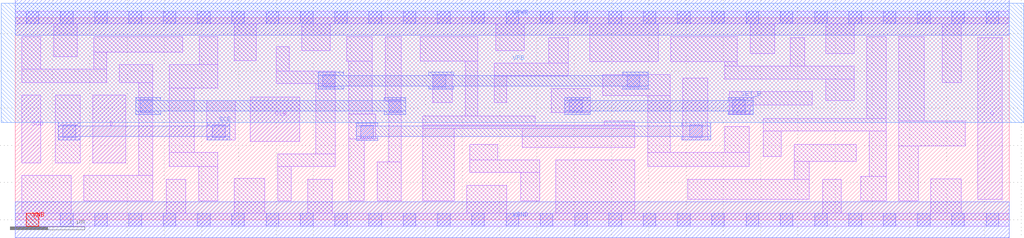
<source format=lef>
# Copyright 2020 The SkyWater PDK Authors
#
# Licensed under the Apache License, Version 2.0 (the "License");
# you may not use this file except in compliance with the License.
# You may obtain a copy of the License at
#
#     https://www.apache.org/licenses/LICENSE-2.0
#
# Unless required by applicable law or agreed to in writing, software
# distributed under the License is distributed on an "AS IS" BASIS,
# WITHOUT WARRANTIES OR CONDITIONS OF ANY KIND, either express or implied.
# See the License for the specific language governing permissions and
# limitations under the License.
#
# SPDX-License-Identifier: Apache-2.0

VERSION 5.7 ;
  NOWIREEXTENSIONATPIN ON ;
  DIVIDERCHAR "/" ;
  BUSBITCHARS "[]" ;
PROPERTYDEFINITIONS
  MACRO maskLayoutSubType STRING ;
  MACRO prCellType STRING ;
  MACRO originalViewName STRING ;
END PROPERTYDEFINITIONS
MACRO sky130_fd_sc_hdll__sdfstp_1
  CLASS CORE ;
  FOREIGN sky130_fd_sc_hdll__sdfstp_1 ;
  ORIGIN  0.000000  0.000000 ;
  SIZE  13.34000 BY  2.720000 ;
  SYMMETRY X Y R90 ;
  SITE unithd ;
  PIN CLK
    ANTENNAGATEAREA  0.178200 ;
    DIRECTION INPUT ;
    USE SIGNAL ;
    PORT
      LAYER li1 ;
        RECT 3.155000 1.055000 3.815000 1.650000 ;
    END
  END CLK
  PIN D
    ANTENNAGATEAREA  0.178200 ;
    DIRECTION INPUT ;
    USE SIGNAL ;
    PORT
      LAYER li1 ;
        RECT 1.040000 0.765000 1.485000 1.675000 ;
    END
  END D
  PIN Q
    ANTENNADIFFAREA  0.439000 ;
    DIRECTION OUTPUT ;
    USE SIGNAL ;
    PORT
      LAYER li1 ;
        RECT 12.915000 0.275000 13.240000 2.450000 ;
    END
  END Q
  PIN SCD
    ANTENNAGATEAREA  0.178200 ;
    DIRECTION INPUT ;
    USE SIGNAL ;
    PORT
      LAYER li1 ;
        RECT 0.085000 0.765000 0.340000 1.675000 ;
    END
  END SCD
  PIN SCE
    ANTENNAGATEAREA  0.356400 ;
    DIRECTION INPUT ;
    USE SIGNAL ;
    PORT
      LAYER met1 ;
        RECT 0.580000 1.075000 0.870000 1.120000 ;
        RECT 0.580000 1.120000 2.875000 1.260000 ;
        RECT 0.580000 1.260000 0.870000 1.305000 ;
        RECT 2.585000 1.075000 2.875000 1.120000 ;
        RECT 2.585000 1.260000 2.875000 1.305000 ;
    END
  END SCE
  PIN SET_B
    ANTENNAGATEAREA  0.277200 ;
    DIRECTION INPUT ;
    USE SIGNAL ;
    PORT
      LAYER met1 ;
        RECT 7.375000 1.415000 7.715000 1.460000 ;
        RECT 7.375000 1.460000 9.905000 1.600000 ;
        RECT 7.375000 1.600000 7.715000 1.645000 ;
        RECT 9.565000 1.415000 9.905000 1.460000 ;
        RECT 9.565000 1.600000 9.905000 1.645000 ;
    END
  END SET_B
  PIN VNB
    PORT
      LAYER pwell ;
        RECT 0.145000 -0.085000 0.315000 0.085000 ;
    END
  END VNB
  PIN VPB
    PORT
      LAYER nwell ;
        RECT -0.190000 1.305000 13.530000 2.910000 ;
    END
  END VPB
  PIN VGND
    DIRECTION INOUT ;
    USE GROUND ;
    PORT
      LAYER met1 ;
        RECT 0.000000 -0.240000 13.340000 0.240000 ;
    END
  END VGND
  PIN VPWR
    DIRECTION INOUT ;
    USE POWER ;
    PORT
      LAYER met1 ;
        RECT 0.000000 2.480000 13.340000 2.960000 ;
    END
  END VPWR
  OBS
    LAYER li1 ;
      RECT  0.000000 -0.085000 13.340000 0.085000 ;
      RECT  0.000000  2.635000 13.340000 2.805000 ;
      RECT  0.085000  0.085000  0.750000 0.595000 ;
      RECT  0.085000  1.845000  1.225000 2.025000 ;
      RECT  0.085000  2.025000  0.345000 2.465000 ;
      RECT  0.515000  2.195000  0.835000 2.635000 ;
      RECT  0.540000  0.765000  0.870000 1.675000 ;
      RECT  0.920000  0.255000  1.845000 0.595000 ;
      RECT  1.055000  2.025000  1.225000 2.255000 ;
      RECT  1.055000  2.255000  2.245000 2.465000 ;
      RECT  1.395000  1.845000  1.845000 2.085000 ;
      RECT  1.655000  0.595000  1.845000 1.845000 ;
      RECT  2.025000  0.085000  2.290000 0.545000 ;
      RECT  2.065000  0.715000  2.720000 0.905000 ;
      RECT  2.065000  0.905000  2.400000 1.770000 ;
      RECT  2.065000  1.770000  2.720000 2.085000 ;
      RECT  2.460000  0.255000  2.720000 0.715000 ;
      RECT  2.470000  2.085000  2.720000 2.465000 ;
      RECT  2.570000  1.075000  2.950000 1.600000 ;
      RECT  2.940000  0.085000  3.350000 0.555000 ;
      RECT  2.940000  2.140000  3.235000 2.635000 ;
      RECT  3.505000  1.830000  4.295000 2.000000 ;
      RECT  3.505000  2.000000  3.675000 2.325000 ;
      RECT  3.520000  0.255000  3.705000 0.715000 ;
      RECT  3.520000  0.715000  4.295000 0.885000 ;
      RECT  3.845000  2.275000  4.225000 2.635000 ;
      RECT  3.925000  0.085000  4.255000 0.545000 ;
      RECT  4.035000  0.885000  4.295000 1.830000 ;
      RECT  4.445000  2.135000  4.790000 2.465000 ;
      RECT  4.475000  0.255000  4.685000 1.085000 ;
      RECT  4.475000  1.085000  4.840000 1.420000 ;
      RECT  4.475000  1.420000  4.790000 2.135000 ;
      RECT  4.855000  0.255000  5.180000 0.780000 ;
      RECT  4.965000  1.590000  5.180000 2.465000 ;
      RECT  5.010000  0.780000  5.180000 1.590000 ;
      RECT  5.435000  2.135000  6.205000 2.465000 ;
      RECT  5.465000  0.255000  5.890000 1.225000 ;
      RECT  5.465000  1.225000  8.315000 1.275000 ;
      RECT  5.465000  1.275000  6.975000 1.395000 ;
      RECT  5.605000  1.575000  5.865000 1.955000 ;
      RECT  6.035000  1.395000  6.205000 2.135000 ;
      RECT  6.060000  0.085000  6.595000 0.465000 ;
      RECT  6.095000  0.635000  7.035000 0.805000 ;
      RECT  6.095000  0.805000  6.475000 1.015000 ;
      RECT  6.425000  1.575000  6.595000 1.935000 ;
      RECT  6.425000  1.935000  7.420000 2.105000 ;
      RECT  6.445000  2.275000  6.830000 2.635000 ;
      RECT  6.785000  0.255000  7.035000 0.635000 ;
      RECT  6.805000  0.975000  8.315000 1.225000 ;
      RECT  7.155000  2.105000  7.420000 2.450000 ;
      RECT  7.190000  1.445000  7.715000 1.765000 ;
      RECT  7.255000  0.085000  8.315000 0.805000 ;
      RECT  7.710000  2.125000  8.625000 2.635000 ;
      RECT  7.885000  1.670000  8.785000 1.955000 ;
      RECT  7.905000  1.275000  8.315000 1.325000 ;
      RECT  8.485000  0.720000  9.850000 0.905000 ;
      RECT  8.485000  0.905000  8.785000 1.670000 ;
      RECT  8.795000  2.125000  9.690000 2.460000 ;
      RECT  8.955000  1.075000  9.290000 1.905000 ;
      RECT  9.025000  0.275000 10.650000 0.545000 ;
      RECT  9.520000  0.905000  9.850000 1.255000 ;
      RECT  9.520000  1.895000 11.255000 2.065000 ;
      RECT  9.520000  2.065000  9.690000 2.125000 ;
      RECT  9.580000  1.425000  9.860000 1.545000 ;
      RECT  9.580000  1.545000 10.695000 1.725000 ;
      RECT  9.860000  2.235000 10.190000 2.635000 ;
      RECT 10.035000  0.855000 10.280000 1.195000 ;
      RECT 10.035000  1.195000 11.685000 1.365000 ;
      RECT 10.395000  2.065000 10.595000 2.450000 ;
      RECT 10.450000  0.545000 10.650000 0.785000 ;
      RECT 10.450000  0.785000 11.285000 1.015000 ;
      RECT 10.835000  0.085000 11.085000 0.545000 ;
      RECT 10.875000  1.605000 11.255000 1.895000 ;
      RECT 10.875000  2.235000 11.255000 2.635000 ;
      RECT 11.345000  0.255000 11.685000 0.585000 ;
      RECT 11.425000  1.365000 11.685000 2.465000 ;
      RECT 11.455000  0.585000 11.685000 1.195000 ;
      RECT 11.855000  0.255000 12.115000 0.995000 ;
      RECT 11.855000  0.995000 12.745000 1.325000 ;
      RECT 11.855000  1.325000 12.195000 2.465000 ;
      RECT 12.285000  0.085000 12.690000 0.550000 ;
      RECT 12.435000  1.845000 12.690000 2.635000 ;
    LAYER mcon ;
      RECT  0.145000 -0.085000  0.315000 0.085000 ;
      RECT  0.145000  2.635000  0.315000 2.805000 ;
      RECT  0.605000 -0.085000  0.775000 0.085000 ;
      RECT  0.605000  2.635000  0.775000 2.805000 ;
      RECT  0.640000  1.105000  0.810000 1.275000 ;
      RECT  1.065000 -0.085000  1.235000 0.085000 ;
      RECT  1.065000  2.635000  1.235000 2.805000 ;
      RECT  1.525000 -0.085000  1.695000 0.085000 ;
      RECT  1.525000  2.635000  1.695000 2.805000 ;
      RECT  1.675000  1.445000  1.845000 1.615000 ;
      RECT  1.985000 -0.085000  2.155000 0.085000 ;
      RECT  1.985000  2.635000  2.155000 2.805000 ;
      RECT  2.445000 -0.085000  2.615000 0.085000 ;
      RECT  2.445000  2.635000  2.615000 2.805000 ;
      RECT  2.645000  1.105000  2.815000 1.275000 ;
      RECT  2.905000 -0.085000  3.075000 0.085000 ;
      RECT  2.905000  2.635000  3.075000 2.805000 ;
      RECT  3.365000 -0.085000  3.535000 0.085000 ;
      RECT  3.365000  2.635000  3.535000 2.805000 ;
      RECT  3.825000 -0.085000  3.995000 0.085000 ;
      RECT  3.825000  2.635000  3.995000 2.805000 ;
      RECT  4.125000  1.785000  4.295000 1.955000 ;
      RECT  4.285000 -0.085000  4.455000 0.085000 ;
      RECT  4.285000  2.635000  4.455000 2.805000 ;
      RECT  4.635000  1.100000  4.805000 1.270000 ;
      RECT  4.745000 -0.085000  4.915000 0.085000 ;
      RECT  4.745000  2.635000  4.915000 2.805000 ;
      RECT  5.010000  1.445000  5.180000 1.615000 ;
      RECT  5.205000 -0.085000  5.375000 0.085000 ;
      RECT  5.205000  2.635000  5.375000 2.805000 ;
      RECT  5.605000  1.785000  5.775000 1.955000 ;
      RECT  5.665000 -0.085000  5.835000 0.085000 ;
      RECT  5.665000  2.635000  5.835000 2.805000 ;
      RECT  6.125000 -0.085000  6.295000 0.085000 ;
      RECT  6.125000  2.635000  6.295000 2.805000 ;
      RECT  6.585000 -0.085000  6.755000 0.085000 ;
      RECT  6.585000  2.635000  6.755000 2.805000 ;
      RECT  7.045000 -0.085000  7.215000 0.085000 ;
      RECT  7.045000  2.635000  7.215000 2.805000 ;
      RECT  7.435000  1.445000  7.605000 1.615000 ;
      RECT  7.505000 -0.085000  7.675000 0.085000 ;
      RECT  7.505000  2.635000  7.675000 2.805000 ;
      RECT  7.965000 -0.085000  8.135000 0.085000 ;
      RECT  7.965000  2.635000  8.135000 2.805000 ;
      RECT  8.210000  1.785000  8.380000 1.955000 ;
      RECT  8.425000 -0.085000  8.595000 0.085000 ;
      RECT  8.425000  2.635000  8.595000 2.805000 ;
      RECT  8.885000 -0.085000  9.055000 0.085000 ;
      RECT  8.885000  2.635000  9.055000 2.805000 ;
      RECT  9.050000  1.105000  9.220000 1.275000 ;
      RECT  9.345000 -0.085000  9.515000 0.085000 ;
      RECT  9.345000  2.635000  9.515000 2.805000 ;
      RECT  9.625000  1.445000  9.795000 1.615000 ;
      RECT  9.805000 -0.085000  9.975000 0.085000 ;
      RECT  9.805000  2.635000  9.975000 2.805000 ;
      RECT 10.265000 -0.085000 10.435000 0.085000 ;
      RECT 10.265000  2.635000 10.435000 2.805000 ;
      RECT 10.725000 -0.085000 10.895000 0.085000 ;
      RECT 10.725000  2.635000 10.895000 2.805000 ;
      RECT 11.185000 -0.085000 11.355000 0.085000 ;
      RECT 11.185000  2.635000 11.355000 2.805000 ;
      RECT 11.645000 -0.085000 11.815000 0.085000 ;
      RECT 11.645000  2.635000 11.815000 2.805000 ;
      RECT 12.105000 -0.085000 12.275000 0.085000 ;
      RECT 12.105000  2.635000 12.275000 2.805000 ;
      RECT 12.565000 -0.085000 12.735000 0.085000 ;
      RECT 12.565000  2.635000 12.735000 2.805000 ;
      RECT 13.025000 -0.085000 13.195000 0.085000 ;
      RECT 13.025000  2.635000 13.195000 2.805000 ;
    LAYER met1 ;
      RECT 1.615000 1.415000 1.955000 1.460000 ;
      RECT 1.615000 1.460000 5.240000 1.600000 ;
      RECT 1.615000 1.600000 1.955000 1.645000 ;
      RECT 4.065000 1.755000 4.405000 1.800000 ;
      RECT 4.065000 1.800000 8.490000 1.940000 ;
      RECT 4.065000 1.940000 4.405000 1.985000 ;
      RECT 4.575000 1.070000 4.865000 1.120000 ;
      RECT 4.575000 1.120000 9.330000 1.260000 ;
      RECT 4.575000 1.260000 4.865000 1.300000 ;
      RECT 4.950000 1.415000 5.240000 1.460000 ;
      RECT 4.950000 1.600000 5.240000 1.645000 ;
      RECT 5.545000 1.755000 5.885000 1.800000 ;
      RECT 5.545000 1.940000 5.885000 1.985000 ;
      RECT 8.150000 1.755000 8.490000 1.800000 ;
      RECT 8.150000 1.940000 8.490000 1.985000 ;
      RECT 8.940000 1.075000 9.330000 1.120000 ;
      RECT 8.940000 1.260000 9.330000 1.305000 ;
  END
  PROPERTY maskLayoutSubType "abstract" ;
  PROPERTY prCellType "standard" ;
  PROPERTY originalViewName "layout" ;
END sky130_fd_sc_hdll__sdfstp_1
END LIBRARY

</source>
